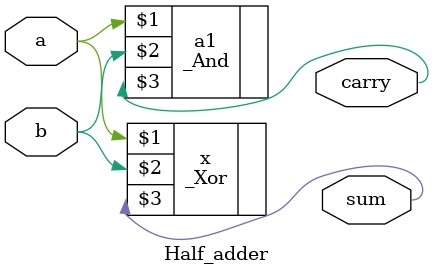
<source format=v>
module Half_adder(
    input a, b,
    output sum, carry
);
    _Xor x(a, b, sum);
    _And a1(a, b, carry);
endmodule
</source>
